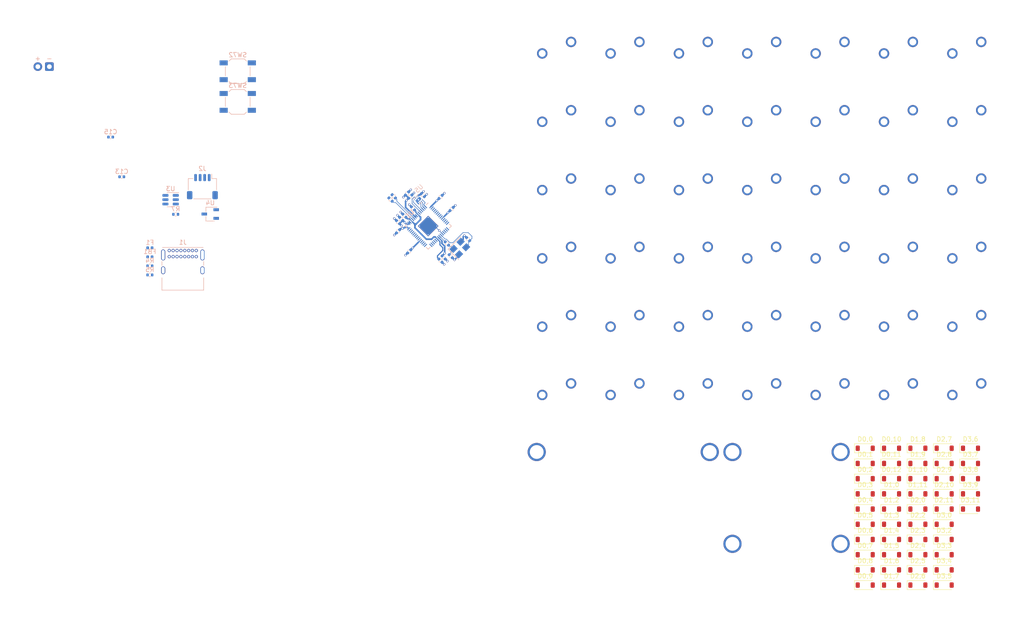
<source format=kicad_pcb>
(kicad_pcb (version 20241229) (generator "pcbnew") (generator_version "9.0")
  (layers (0 "F.Cu" signal) (4 "In1.Cu" signal) (6 "In2.Cu" signal) (2 "B.Cu" signal) (13 "F.Paste" user) (15 "B.Paste" user) (5 "F.SilkS" user "F.Silkscreen") (7 "B.SilkS" user "B.Silkscreen") (1 "F.Mask" user) (3 "B.Mask" user) (25 "Edge.Cuts" user))
  (net 0 "")
  (net 1 "/XIN_")
  (net 2 "GND")
  (net 3 "/XOUT_")
  (net 4 "/VFused_")
  (net 5 "+3.3V")
  (net 6 "+1V1")
  (net 7 "/DN")
  (net 8 "/DP")
  (net 9 "Net-(U1-XOUT)")
  (net 10 "Net-(U1-USB_DP)")
  (net 11 "Net-(U1-USB_DM)")
  (net 12 "Net-(D0,0-A)")
  (net 13 "Net-(D0,1-A)")
  (net 14 "/LED_INDICATOR")
  (net 15 "Net-(D0,2-A)")
  (net 16 "/D1+")
  (net 17 "Net-(D0,3-A)")
  (net 18 "Net-(D0,4-A)")
  (net 19 "/VBUS")
  (net 20 "Net-(D0,5-A)")
  (net 21 "/D1-")
  (net 22 "/RUN_")
  (net 23 "GP13")
  (net 24 "GP14")
  (net 25 "GP15")
  (net 26 "GP16")
  (net 27 "GP17")
  (net 28 "GP18")
  (net 29 "/SD3_")
  (net 30 "/SCLK_")
  (net 31 "/SD0_")
  (net 32 "/SD2_")
  (net 33 "/SD1_")
  (net 34 "/CS_")
  (net 35 "Net-(D0,6-A)")
  (net 36 "Net-(D0,7-A)")
  (net 37 "Net-(D0,8-A)")
  (net 38 "GP19")
  (net 39 "GP20")
  (net 40 "GP21")
  (net 41 "GP22")
  (net 42 "GP23")
  (net 43 "GP24")
  (net 44 "GP25")
  (net 45 "GP26")
  (net 46 "GP27")
  (net 47 "GP28")
  (net 48 "GP29")
  (net 50 "Net-(D65-K)")
  (net 52 "Net-(F1-Pad1)")
  (net 53 "Net-(J1-CC1)")
  (net 55 "Net-(J1-CC2)")
  (net 59 "Net-(D0,9-A)")
  (net 60 "Net-(D0,10-A)")
  (net 61 "Net-(D0,11-A)")
  (net 62 "Net-(D0,12-A)")
  (net 63 "Net-(D1,0-A)")
  (net 64 "Net-(D1,2-A)")
  (net 65 "Net-(D1,3-A)")
  (net 66 "Net-(D1,4-A)")
  (net 67 "Net-(D1,5-A)")
  (net 68 "Net-(D1,6-A)")
  (net 69 "Net-(D1,7-A)")
  (net 70 "Net-(D1,8-A)")
  (net 71 "Net-(D1,9-A)")
  (net 72 "Net-(D1,10-A)")
  (net 73 "Net-(D1,11-A)")
  (net 74 "Net-(D2,0-A)")
  (net 75 "Net-(D2,2-A)")
  (net 76 "Net-(D2,3-A)")
  (net 77 "Net-(D2,4-A)")
  (net 78 "Net-(D2,5-A)")
  (net 79 "Net-(D2,6-A)")
  (net 80 "Net-(D2,7-A)")
  (net 81 "Net-(D2,8-A)")
  (net 82 "Net-(D2,9-A)")
  (net 83 "Net-(D2,10-A)")
  (net 84 "Net-(D2,11-A)")
  (net 85 "Net-(D3,0-A)")
  (net 86 "Net-(D3,2-A)")
  (net 87 "Net-(D3,3-A)")
  (net 88 "Net-(D3,4-A)")
  (net 89 "Net-(D3,5-A)")
  (net 90 "Net-(D3,6-A)")
  (net 91 "Net-(D3,7-A)")
  (net 92 "Net-(D3,8-A)")
  (net 93 "Net-(D3,9-A)")
  (net 94 "Net-(D3,11-A)")
  (net 98 "Col0")
  (net 99 "Col1")
  (net 100 "Col2")
  (net 101 "Col3")
  (net 102 "Col4")
  (net 103 "Col5")
  (net 104 "Col6")
  (net 105 "Col7")
  (net 106 "Col8")
  (net 107 "Col9")
  (net 108 "Col10")
  (net 109 "Col11")
  (net 110 "Col12")
  (footprint "PCM_marbastlib-mx:SW_MX_1u" (layer "F.Cu") (at 207.77 76.39)
    (property "Reference" "SW1,3" (hide yes))
    (property "Value" "MX_SW_solder")
  )
  (footprint "PCM_marbastlib-mx:SW_MX_1u" (layer "F.Cu") (at 252.92 46.29)
    (property "Reference" "SW2,9" (hide yes))
    (property "Value" "MX_SW_solder")
  )
  (footprint "PCM_marbastlib-mx:SW_MX_1.5u" (layer "F.Cu") (at 207.77 31.24)
    (property "Reference" "SW0,12" (hide yes))
    (property "Value" "MX_SW_solder")
  )
  (footprint "PCM_marbastlib-mx:SW_MX_1u" (layer "F.Cu") (at 222.82 31.24)
    (property "Reference" "SW1,6" (hide yes))
    (property "Value" "MX_SW_solder")
  )
  (footprint "Diode_SMD:D_SOD-123" (layer "F.Cu") (at 250.77 115.69)
    (property "Reference" "D0,10")
    (property "Value" "1N4148W")
  )
  (footprint "Diode_SMD:D_SOD-123" (layer "F.Cu") (at 256.565 125.74)
    (property "Reference" "D1,11")
    (property "Value" "1N4148W")
  )
  (footprint "Diode_SMD:D_SOD-123" (layer "F.Cu") (at 250.77 132.44)
    (property "Reference" "D1,3")
    (property "Value" "1N4148W")
  )
  (footprint "PCM_marbastlib-mx:SW_MX_1.75u" (layer "F.Cu") (at 207.77 46.29)
    (property "Reference" "SW1,0" (hide yes))
    (property "Value" "MX_SW_solder")
  )
  (footprint "Diode_SMD:D_SOD-123" (layer "F.Cu") (at 268.155 115.69)
    (property "Reference" "D3,6")
    (property "Value" "1N4148W")
  )
  (footprint "marbastlib-mx:LED_MX_3mm" (layer "F.Cu") (at 64.08 31.6)
    (property "Reference" "D65" (hide yes))
    (property "Value" "LED" (hide yes))
  )
  (footprint "PCM_marbastlib-mx:SW_MX_1.25u" (layer "F.Cu") (at 267.97 76.39)
    (property "Reference" "SW3,8" (hide yes))
    (property "Value" "MX_SW_solder")
  )
  (footprint "PCM_marbastlib-mx:SW_MX_1.5u" (layer "F.Cu") (at 222.82 106.49)
    (property "Reference" "SW2,0" (hide yes))
    (property "Value" "MX_SW_solder")
  )
  (footprint "Diode_SMD:D_SOD-123" (layer "F.Cu") (at 244.975 132.44)
    (property "Reference" "D0,5")
    (property "Value" "1N4148W")
  )
  (footprint "PCM_marbastlib-mx:SW_MX_1u" (layer "F.Cu") (at 237.87 31.24)
    (property "Reference" "SW2,2" (hide yes))
    (property "Value" "MX_SW_solder")
  )
  (footprint "Diode_SMD:D_SOD-123" (layer "F.Cu") (at 256.565 142.49)
    (property "Reference" "D2,5")
    (property "Value" "1N4148W")
  )
  (footprint "Diode_SMD:D_SOD-123" (layer "F.Cu") (at 250.77 129.09)
    (property "Reference" "D1,2")
    (property "Value" "1N4148W")
  )
  (footprint "Diode_SMD:D_SOD-123" (layer "F.Cu") (at 262.36 115.69)
    (property "Reference" "D2,7")
    (property "Value" "1N4148W")
  )
  (footprint "PCM_marbastlib-mx:SW_MX_1u" (layer "F.Cu") (at 222.82 76.39)
    (property "Reference" "SW1,9" (hide yes))
    (property "Value" "MX_SW_solder")
  )
  (footprint "PCM_marbastlib-mx:STAB_MX_P_3u" (layer "F.Cu") (at 191.695 123.5)
    (property "Reference" "SW3,5" (hide yes))
    (property "Value" "MX_SW_solder")
  )
  (footprint "PCM_marbastlib-mx:SW_MX_1u" (layer "F.Cu") (at 267.97 106.49)
    (property "Reference" "SW3,11" (hide yes))
    (property "Value" "MX_SW_solder")
  )
  (footprint "PCM_marbastlib-mx:SW_MX_1u" (layer "F.Cu") (at 177.67 106.49)
    (property "Reference" "SW0,5" (hide yes))
    (property "Value" "MX_SW_solder")
  )
  (footprint "Diode_SMD:D_SOD-123" (layer "F.Cu") (at 244.975 139.14)
    (property "Reference" "D0,7")
    (property "Value" "1N4148W")
  )
  (footprint "Diode_SMD:D_SOD-123" (layer "F.Cu") (at 256.565 115.69)
    (property "Reference" "D1,8")
    (property "Value" "1N4148W")
  )
  (footprint "Diode_SMD:D_SOD-123" (layer "F.Cu") (at 256.565 119.04)
    (property "Reference" "D1,9")
    (property "Value" "1N4148W")
  )
  (footprint "PCM_marbastlib-mx:STAB_MX_P_2u" (layer "F.Cu") (at 227.65125 143.7339)
    (property "Reference" "SW2,11" (hide yes))
    (property "Value" "MX_SW_solder")
  )
  (footprint "PCM_marbastlib-mx:SW_MX_1u" (layer "F.Cu") (at 222.82 91.44)
    (property "Reference" "SW1,10" (hide yes))
    (property "Value" "MX_SW_solder")
  )
  (footprint "Diode_SMD:D_SOD-123" (layer "F.Cu") (at 250.77 145.84)
    (property "Reference" "D1,7")
    (property "Value" "1N4148W")
  )
  (footprint "Diode_SMD:D_SOD-123" (layer "F.Cu") (at 256.565 145.84)
    (property "Reference" "D2,6")
    (property "Value" "1N4148W")
  )
  (footprint "Diode_SMD:D_SOD-123" (layer "F.Cu") (at 244.975 142.49)
    (property "Reference" "D0,8")
    (property "Value" "1N4148W")
  )
  (footprint "PCM_marbastlib-mx:SW_MX_1u" (layer "F.Cu") (at 252.92 31.24)
    (property "Reference" "SW2,8" (hide yes))
    (property "Value" "MX_SW_solder")
  )
  (footprint "PCM_marbastlib-mx:SW_MX_1u" (layer "F.Cu") (at 192.72 76.39)
    (property "Reference" "SW0,9" (hide yes))
    (property "Value" "MX_SW_solder")
  )
  (footprint "Diode_SMD:D_SOD-123" (layer "F.Cu") (at 262.36 145.84)
    (property "Reference" "D3,5")
    (property "Value" "1N4148W")
  )
  (footprint "Diode_SMD:D_SOD-123" (layer "F.Cu") (at 244.975 115.69)
    (property "Reference" "D0,0")
    (property "Value" "1N4148W")
  )
  (footprint "Diode_SMD:D_SOD-123" (layer "F.Cu") (at 262.36 119.04)
    (property "Reference" "D2,8")
    (property "Value" "1N4148W")
  )
  (footprint "PCM_marbastlib-mx:SW_MX_1.25u" (layer "F.Cu") (at 267.97 61.34)
    (property "Reference" "SW3,7" (hide yes))
    (property "Value" "MX_SW_solder")
  )
  (footprint "Diode_SMD:D_SOD-123" (layer "F.Cu") (at 244.975 129.09)
    (property "Reference" "D0,4")
    (property "Value" "1N4148W")
  )
  (footprint "PCM_marbastlib-mx:SW_MX_1u" (layer "F.Cu") (at 192.72 106.49)
    (property "Reference" "SW0,11" (hide yes))
    (property "Value" "MX_SW_solder")
  )
  (footprint "Diode_SMD:D_SOD-123" (layer "F.Cu") (at 256.565 132.44)
    (property "Reference" "D2,2")
    (property "Value" "1N4148W")
  )
  (footprint "Diode_SMD:D_SOD-123" (layer "F.Cu") (at 262.36 135.79)
    (property "Reference" "D3,2")
    (property "Value" "1N4148W")
  )
  (footprint "Diode_SMD:D_SOD-123" (layer "F.Cu") (at 250.77 122.39)
    (property "Reference" "D0,12")
    (property "Value" "1N4148W")
  )
  (footprint "Diode_SMD:D_SOD-123" (layer "F.Cu") (at 256.565 139.14)
    (property "Reference" "D2,4")
    (property "Value" "1N4148W")
  )
  (footprint "Diode_SMD:D_SOD-123" (layer "F.Cu") (at 244.975 122.39)
    (property "Reference" "D0,2")
    (property "Value" "1N4148W")
  )
  (footprint "PCM_marbastlib-mx:SW_MX_1u" (layer "F.Cu") (at 177.67 31.24)
    (property "Reference" "SW0,0" (hide yes))
    (property "Value" "MX_SW_solder")
  )
  (footprint "Diode_SMD:D_SOD-123" (layer "F.Cu") (at 268.155 129.09)
    (property "Reference" "D3,11")
    (property "Value" "1N4148W")
  )
  (footprint "Diode_SMD:D_SOD-123" (layer "F.Cu") (at 256.565 122.39)
    (property "Reference" "D1,10")
    (property "Value" "1N4148W")
  )
  (footprint "Diode_SMD:D_SOD-123" (layer "F.Cu") (at 268.155 119.04)
    (property "Reference" "D3,7")
    (property "Value" "1N4148W")
  )
  (footprint "PCM_marbastlib-mx:SW_MX_1u" (layer "F.Cu") (at 207.77 91.44)
    (property "Reference" "SW1,4" (hide yes))
    (property "Value" "MX_SW_solder")
  )
  (footprint "Diode_SMD:D_SOD-123" (layer "F.Cu") (at 268.155 122.39)
    (property "Reference" "D3,8")
    (property "Value" "1N4148W")
  )
  (footprint "Diode_SMD:D_SOD-123" (layer "F.Cu") (at 262.36 139.14)
    (property "Reference" "D3,3")
    (property "Value" "1N4148W")
  )
  (footprint "PCM_marbastlib-mx:SW_MX_1u" (layer "F.Cu") (at 252.92 91.44)
    (property "Reference" "SW3,2" (hide yes))
    (property "Value" "MX_SW_solder")
  )
  (footprint "Diode_SMD:D_SOD-123" (layer "F.Cu") (at 262.36 129.09)
    (property "Reference" "D2,11")
    (property "Value" "1N4148W")
  )
  (footprint "PCM_marbastlib-mx:SW_MX_1u" (layer "F.Cu") (at 252.92 61.34)
    (property "Reference" "SW2,10" (hide yes))
    (property "Value" "MX_SW_solder")
  )
  (footprint "PCM_marbastlib-mx:STAB_MX_P_2.25u" (layer "F.Cu") (at 227.65125 123.5)
    (property "Reference" "SW1,11" (hide yes))
    (property "Value" "MX_SW_solder")
  )
  (footprint "PCM_marbastlib-mx:SW_MX_1u" (layer "F.Cu") (at 222.82 46.29)
    (property "Reference" "SW1,7" (hide yes))
    (property "Value" "MX_SW_solder")
  )
  (footprint "Diode_SMD:D_SOD-123" (layer "F.Cu") (at 244.975 125.74)
    (property "Reference" "D0,3")
    (property "Value" "1N4148W")
  )
  (footprint "PCM_marbastlib-mx:SW_MX_1u" (layer "F.Cu") (at 177.67 61.34)
    (property "Reference" "SW0,2" (hide yes))
    (property "Value" "MX_SW_solder")
  )
  (footprint "PCM_marbastlib-mx:SW_MX_1u" (layer "F.Cu") (at 237.87 46.29)
    (property "Reference" "SW2,3" (hide yes))
    (property "Value" "MX_SW_solder")
  )
  (footprint "Diode_SMD:D_SOD-123" (layer "F.Cu") (at 244.975 119.04)
    (property "Reference" "D0,1")
    (property "Value" "1N4148W")
  )
  (footprint "PCM_marbastlib-mx:SW_MX_1u" (layer "F.Cu") (at 237.87 76.39)
    (property "Reference" "SW2,5" (hide yes))
    (property "Value" "MX_SW_solder")
  )
  (footprint "PCM_marbastlib-mx:SW_MX_1.25u" (layer "F.Cu") (at 267.97 31.24)
    (property "Reference" "SW3,4" (hide yes))
    (property "Value" "MX_SW_solder")
  )
  (footprint "Diode_SMD:D_SOD-123" (layer "F.Cu") (at 262.36 132.44)
    (property "Reference" "D3,0")
    (property "Value" "1N4148W")
  )
  (footprint "Diode_SMD:D_SOD-123" (layer "F.Cu") (at 262.36 122.39)
    (property "Reference" "D2,9")
    (property "Value" "1N4148W")
  )
  (footprint "Diode_SMD:D_SOD-123" (layer "F.Cu") (at 256.565 129.09)
    (property "Reference" "D2,0")
    (property "Value" "1N4148W")
  )
  (footprint "PCM_marbastlib-mx:SW_MX_1u" (layer "F.Cu") (at 192.72 31.24)
    (property "Reference" "SW0,6" (hide yes))
    (property "Value" "MX_SW_solder")
  )
  (footprint "PCM_marbastlib-mx:SW_MX_1u" (layer "F.Cu") (at 192.72 61.34)
    (property "Reference" "SW0,8" (hide yes))
    (property "Value" "MX_SW_solder")
  )
  (footprint "PCM_marbastlib-mx:SW_MX_1u" (layer "F.Cu") (at 237.87 91.44)
    (property "Reference" "SW2,6" (hide yes))
    (property "Value" "MX_SW_solder")
  )
  (footprint "PCM_marbastlib-mx:SW_MX_1u" (layer "F.Cu") (at 177.67 91.44)
    (property "Reference" "SW0,4" (hide yes))
    (property "Value" "MX_SW_solder")
  )
  (footprint "PCM_marbastlib-mx:SW_MX_1u" (layer "F.Cu") (at 252.92 76.39)
    (property "Reference" "SW3,0" (hide yes))
    (property "Value" "MX_SW_solder")
  )
  (footprint "Diode_SMD:D_SOD-123" (layer "F.Cu") (at 250.77 135.79)
    (property "Reference" "D1,4")
    (property "Value" "1N4148W")
  )
  (footprint "Diode_SMD:D_SOD-123" (layer "F.Cu") (at 268.155 125.74)
    (property "Reference" "D3,9")
    (property "Value" "1N4148W")
  )
  (footprint "PCM_marbastlib-mx:SW_MX_1u" (layer "F.Cu") (at 237.87 61.34)
    (property "Reference" "SW2,4" (hide yes))
    (property "Value" "MX_SW_solder")
  )
  (footprint "Diode_SMD:D_SOD-123" (layer "F.Cu") (at 244.975 145.84)
    (property "Reference" "D0,9")
    (property "Value" "1N4148W")
  )
  (footprint "Diode_SMD:D_SOD-123" (layer "F.Cu") (at 262.36 142.49)
    (property "Reference" "D3,4")
    (property "Value" "1N4148W")
  )
  (footprint "Diode_SMD:D_SOD-123" (layer "F.Cu") (at 244.975 135.79)
    (property "Reference" "D0,6")
    (property "Value" "1N4148W")
  )
  (footprint "Diode_SMD:D_SOD-123" (layer "F.Cu") (at 256.565 135.79)
    (property "Reference" "D2,3")
    (property "Value" "1N4148W")
  )
  (footprint "PCM_marbastlib-mx:SW_MX_1u" (layer "F.Cu") (at 252.92 106.49)
    (property "Reference" "SW3,3" (hide yes))
    (property "Value" "MX_SW_solder")
  )
  (footprint "PCM_marbastlib-mx:SW_MX_1u" (layer "F.Cu") (at 207.77 61.34)
    (property "Reference" "SW1,2" (hide yes))
    (property "Value" "MX_SW_solder")
  )
  (footprint "PCM_marbastlib-mx:SW_MX_1u" (layer "F.Cu") (at 207.77 106.49)
    (property "Reference" "SW1,5" (hide yes))
    (property "Value" "MX_SW_solder")
  )
  (footprint "PCM_marbastlib-mx:SW_MX_1.25u" (layer "F.Cu") (at 267.97 91.44)
    (property "Reference" "SW3,9" (hide yes))
    (property "Value" "MX_SW_solder")
  )
  (footprint "PCM_marbastlib-mx:SW_MX_1u" (layer "F.Cu") (at 267.97 46.29)
    (property "Reference" "SW3,6" (hide yes))
    (property "Value" "MX_SW_solder")
  )
  (footprint "Diode_SMD:D_SOD-123" (layer "F.Cu") (at 250.77 119.04)
    (property "Reference" "D0,11")
    (property "Value" "1N4148W")
  )
  (footprint "Diode_SMD:D_SOD-123" (layer "F.Cu") (at 250.77 139.14)
    (property "Reference" "D1,5")
    (property "Value" "1N4148W")
  )
  (footprint "Diode_SMD:D_SOD-123" (layer "F.Cu") (at 262.36 125.74)
    (property "Reference" "D2,10")
    (property "Value" "1N4148W")
  )
  (footprint "PCM_marbastlib-mx:SW_MX_1u" (layer "F.Cu") (at 177.67 76.39)
    (property "Reference" "SW0,3" (hide yes))
    (property "Value" "MX_SW_solder")
  )
  (footprint "PCM_marbastlib-mx:SW_MX_1u" (layer "F.Cu") (at 192.72 91.44)
    (property "Reference" "SW0,10" (hide yes))
    (property "Value" "MX_SW_solder")
  )
  (footprint "PCM_marbastlib-mx:SW_MX_1u" (layer "F.Cu") (at 222.82 61.34)
    (property "Reference" "SW1,8" (hide yes))
    (property "Value" "MX_SW_solder")
  )
  (footprint "PCM_marbastlib-mx:SW_MX_1u" (layer "F.Cu") (at 177.67 46.29)
    (property "Reference" "SW0,1" (hide yes))
    (property "Value" "MX_SW_solder")
  )
  (footprint "Diode_SMD:D_SOD-123" (layer "F.Cu") (at 250.77 142.49)
    (property "Reference" "D1,6")
    (property "Value" "1N4148W")
  )
  (footprint "PCM_marbastlib-mx:SW_MX_1u" (layer "F.Cu") (at 192.72 46.29)
    (property "Reference" "SW0,7" (hide yes))
    (property "Value" "MX_SW_solder")
  )
  (footprint "PCM_marbastlib-mx:SW_MX_1u" (layer "F.Cu") (at 237.87 106.49)
    (property "Reference" "SW2,7" (hide yes))
    (property "Value" "MX_SW_solder")
  )
  (footprint "Diode_SMD:D_SOD-123" (layer "F.Cu") (at 250.77 125.74)
    (property "Reference" "D1,0")
    (property "Value" "1N4148W")
  )
  (footprint "Capacitor_SMD:C_0402_1005Metric" (layer "B.Cu") (at 145.399411 62.839411 135)
    (property "Reference" "C14" (hide yes))
    (property "Value" "100n")
  )
  (footprint "Capacitor_SMD:C_0402_1005Metric" (layer "B.Cu") (at 153.72 73.37 -45)
    (property "Reference" "C2" (hide yes))
    (property "Value" "30p")
  )
  (footprint "Resistor_SMD:R_0402_1005Metric" (layer "B.Cu") (at 152.87 70.57 135)
    (property "Reference" "R3" (hide yes))
    (property "Value" "1k")
  )
  (footprint "Capacitor_SMD:C_0402_1005Metric" (layer "B.Cu") (at 144.1 59.55 45)
    (property "Reference" "C3" (hide yes))
    (property "Value" "1u")
  )
  (footprint "Resistor_SMD:R_0402_1005Metric" (layer "B.Cu") (at 140.46 60.89 135)
    (property "Reference" "R2" (hide yes))
    (property "Value" "22")
  )
  (footprint "USON8:USON-8_1.5x1.5mm_P0.45mm" (layer "B.Cu") (at 146.607466 60.931724 135)
    (property "Reference" "U5")
    (property "Value" "ZD25D40CNJGR")
  )
  (footprint "Button_Switch_SMD:SW_SPST_SKQG_WithoutStem" (layer "B.Cu") (at 106.823452 32.62 180)
    (property "Reference" "SW72")
    (property "Value" "SW_Push")
  )
  (footprint "Capacitor_SMD:C_0402_1005Metric" (layer "B.Cu") (at 142.11 65.87 135)
    (property "Reference" "C5" (hide yes))
    (property "Value" "100n")
  )
  (footprint "Capacitor_SMD:C_0402_1005Metric" (layer "B.Cu") (at 142.12 67.89 -135)
    (property "Reference" "C7" (hide yes))
    (property "Value" "100n")
  )
  (footprint "Capacitor_SMD:C_0402_1005Metric" (layer "B.Cu") (at 151.48 60.31 45)
    (property "Reference" "C17" (hide yes))
    (property "Value" "100n")
  )
  (footprint "Capacitor_SMD:C_0402_1005Metric" (layer "B.Cu") (at 144.81 60.24 45)
    (property "Reference" "C4" (hide yes))
    (property "Value" "100n")
  )
  (footprint "Package_DFN_QFN:QFN-56-1EP_7x7mm_P0.4mm_EP3.2x3.2mm_ThermalVias" (layer "B.Cu") (at 148.75 66.73 -135)
    (property "Reference" "U1")
    (property "Value" "RP2040")
  )
  (footprint "Crystal:Crystal_SMD_3225-4Pin_3.2x2.5mm" (layer "B.Cu") (at 155.72 71.58 45)
    (property "Reference" "Y1" (hide yes))
    (property "Value" "12MHz Crystal 3225")
  )
  (footprint "Connector_JST:JST_SH_SM04B-SRSS-TB_1x04-1MP_P1.00mm_Horizontal" (layer "B.Cu") (at 99.038452 58.05 180)
    (property "Reference" "J2")
    (property "Value" "JST - 1.00mm 4 Pin")
  )
  (footprint "Capacitor_SMD:C_0402_1005Metric" (layer "B.Cu") (at 153.909411 62.970589 45)
    (property "Reference" "C9" (hide yes))
    (property "Value" "100n")
  )
  (footprint "Capacitor_SMD:C_0402_1005Metric" (layer "B.Cu") (at 157.55 69.62 135)
    (property "Reference" "C1" (hide yes))
    (property "Value" "30p")
  )
  (footprint "Capacitor_SMD:C_0402_1005Metric" (layer "B.Cu") (at 147.58 59.92 -45)
    (property "Reference" "C10" (hide yes))
    (property "Value" "1u")
  )
  (footprint "Fuse:Fuse_0402_1005Metric" (layer "B.Cu") (at 87.473452 71.53 180)
    (property "Reference" "F1")
    (property "Value" "700mA")
  )
  (footprint "Inductor_SMD:L_0402_1005Metric" (layer "B.Cu") (at 87.473452 73.52 180)
    (property "Reference" "FB1")
    (property "Value" "100 Ohm @ 100 MHz")
  )
  (footprint "Capacitor_SMD:C_0402_1005Metric" (layer "B.Cu") (at 143.51 64.45 135)
    (property "Reference" "C12" (hide yes))
    (property "Value" "1u")
  )
  (footprint "Capacitor_SMD:C_0402_1005Metric" (layer "B.Cu") (at 78.833452 47.125 180)
    (property "Reference" "C15")
    (property "Value" "1u")
  )
  (footprint "Package_TO_SOT_SMD:SOT-23-6" (layer "B.Cu") (at 92.038452 60.92 180)
    (property "Reference" "U3")
    (property "Value" "USBLC6-2SC6")
  )
  (footprint "Package_TO_SOT_SMD:TSOT-23" (layer "B.Cu") (at 100.768452 64.08 180)
    (property "Reference" "U4")
    (property "Value" "3.3V Fixed Regulator")
  )
  (footprint "Button_Switch_SMD:SW_SPST_SKQG_WithoutStem" (layer "B.Cu") (at 106.823452 39.37 180)
    (property "Reference" "SW73")
    (property "Value" "SW_Push")
  )
  (footprint "Capacitor_SMD:C_0402_1005Metric" (layer "B.Cu") (at 142.81 65.16 135)
    (property "Reference" "C6" (hide yes))
    (property "Value" "100n")
  )
  (footprint "Resistor_SMD:R_0402_1005Metric" (layer "B.Cu") (at 87.473452 75.51 180)
    (property "Reference" "R4")
    (property "Value" "5.1k")
  )
  (footprint "Resistor_SMD:R_0402_1005Metric" (layer "B.Cu") (at 87.473452 77.5 180)
    (property "Reference" "R5")
    (property "Value" "5.1k")
  )
  (footprint "Capacitor_SMD:C_0402_1005Metric" (layer "B.Cu") (at 144.57 72.32 -135)
    (property "Reference" "C8" (hide yes))
    (property "Value" "100n")
  )
  (footprint "Capacitor_SMD:C_0402_1005Metric" (layer "B.Cu") (at 151.45 74.35 -45)
    (property "Reference" "C16" (hide yes))
    (property "Value" "100n")
  )
  (footprint "Resistor_SMD:R_0402_1005Metric" (layer "B.Cu") (at 93.158452 64.14 180)
    (property "Reference" "R7")
    (property "Value" "R_Small_US")
  )
  (footprint "Resistor_SMD:R_0402_1005Metric" (layer "B.Cu") (at 141.17 60.18 -45)
    (property "Reference" "R1" (hide yes))
    (property "Value" "22")
  )
  (footprint "Capacitor_SMD:C_0402_1005Metric" (layer "B.Cu") (at 81.283452 55.875 180)
    (property "Reference" "C13")
    (property "Value" "1u")
  )
  (footprint "Capacitor_SMD:C_0402_1005Metric" (layer "B.Cu") (at 152.16 73.64 -45)
    (property "Reference" "C11" (hide yes))
    (property "Value" "100n")
  )
  (footprint "Connector_USB:USB_C_Receptacle_GCT_USB4085" (layer "B.Cu") (at 97.703452 72.12 180)
    (property "Reference" "J1")
    (property "Value" "USB_C_Receptacle_USB2.0")
  )
  (segment (start 157.58 68.18) (end 158.38 68.98) (width 0.127) (layer "B.Cu") (net 1))
  (segment (start 157.63 70.872081) (end 157.098858 71.403223) (width 0.127) (layer "B.Cu") (net 1))
  (segment (start 158.38 68.98) (end 158.38 69.468822) (width 0.127) (layer "B.Cu") (net 1))
  (segment (start 152.468529 69.6) (end 152.73 69.6) (width 0.127) (layer "B.Cu") (net 1))
  (segment (start 156.42 68.18) (end 157.58 68.18) (width 0.127) (layer "B.Cu") (net 1))
  (segment (start 151.604944 68.736415) (end 152.468529 69.6) (width 0.127) (layer "B.Cu") (net 1))
  (segment (start 153.51 70.38) (end 153.51 70.39) (width 0.127) (layer "B.Cu") (net 1))
  (segment (start 152.73 69.6) (end 153.51 70.38) (width 0.127) (layer "B.Cu") (net 1))
  (segment (start 157.889411 69.960589) (end 157.63 70.22) (width 0.127) (layer "B.Cu") (net 1))
  (segment (start 153.51 70.39) (end 154.21 70.39) (width 0.127) (layer "B.Cu") (net 1))
  (segment (start 157.889411 69.959411) (end 157.889411 69.960589) (width 0.127) (layer "B.Cu") (net 1))
  (segment (start 154.21 70.39) (end 156.42 68.18) (width 0.127) (layer "B.Cu") (net 1))
  (segment (start 157.63 70.22) (end 157.63 70.872081) (width 0.127) (layer "B.Cu") (net 1))
  (segment (start 158.38 69.468822) (end 157.889411 69.959411) (width 0.127) (layer "B.Cu") (net 1))
  (via (at 141.28 65.06) (size 0.5) (drill 0.3) (layers "F.Cu" "B.Cu") (net 2))
  (via (at 148.45 59.72) (size 0.5) (drill 0.3) (layers "F.Cu" "B.Cu") (net 2))
  (via (at 154.55 74.19) (size 0.5) (drill 0.3) (layers "F.Cu" "B.Cu") (net 2))
  (via (at 152.99 74.45) (size 0.5) (drill 0.3) (layers "F.Cu" "B.Cu") (net 2))
  (via (at 142.69 63.64) (size 0.5) (drill 0.3) (layers "F.Cu" "B.Cu") (net 2))
  (via (at 156.72 68.82) (size 0.5) (drill 0.3) (layers "F.Cu" "B.Cu") (net 2))
  (via (at 144.92 58.74) (size 0.5) (drill 0.3) (layers "F.Cu" "B.Cu") (net 2))
  (via (at 145.63 59.42) (size 0.5) (drill 0.3) (layers "F.Cu" "B.Cu") (net 2))
  (via (at 141.99 64.34) (size 0.5) (drill 0.3) (layers "F.Cu" "B.Cu") (net 2))
  (via (at 143.74 73.14) (size 0.5) (drill 0.3) (layers "F.Cu" "B.Cu") (net 2))
  (via (at 141.3 68.71) (size 0.5) (drill 0.3) (layers "F.Cu" "B.Cu") (net 2))
  (via (at 152.27 75.16) (size 0.5) (drill 0.3) (layers "F.Cu" "B.Cu") (net 2))
  (via (at 144.58 62.02) (size 0.5) (drill 0.3) (layers "F.Cu" "B.Cu") (net 2))
  (via (at 154.73 62.16) (size 0.5) (drill 0.3) (layers "F.Cu" "B.Cu") (net 2))
  (via (at 151.177107 67.742893) (size 0.5) (drill 0.3) (layers "F.Cu" "B.Cu") (net 2))
  (via (at 152.3 59.49) (size 0.5) (drill 0.3) (layers "F.Cu" "B.Cu") (net 2))
  (segment (start 147.919411 60.259411) (end 147.919411 60.250589) (width 0.35) (layer "B.Cu") (net 2))
  (segment (start 145.06 62.5) (end 144.58 62.02) (width 0.35) (layer "B.Cu") (net 2))
  (segment (start 147.919411 60.250589) (end 148.45 59.72) (width 0.35) (layer "B.Cu") (net 2))
  (segment (start 144.220589 72.659411) (end 143.74 73.14) (width 0.35) (layer "B.Cu") (net 2))
  (segment (start 154.059411 73.709411) (end 154.069411 73.709411) (width 0.35) (layer "B.Cu") (net 2))
  (segment (start 157.180589 69.280589) (end 156.72 68.82) (width 0.35) (layer "B.Cu") (net 2))
  (segment (start 156.46 69.08) (end 156.72 68.82) (width 0.35) (layer "B.Cu") (net 2))
  (segment (start 152.499411 73.979411) (end 152.519411 73.979411) (width 0.35) (layer "B.Cu") (net 2))
  (segment (start 155.896777 70.201142) (end 156.46 69.637919) (width 0.35) (layer "B.Cu") (net 2))
  (segment (start 143.160589 64.110589) (end 142.69 63.64) (width 0.35) (layer "B.Cu") (net 2))
  (segment (start 141.780589 68.229411) (end 141.3 68.71) (width 0.35) (layer "B.Cu") (net 2))
  (segment (start 146.642821 61.815607) (end 146.357466 61.530252) (width 0.25) (layer "B.Cu") (net 2))
  (segment (start 151.799411 74.689411) (end 152.27 75.16) (width 0.35) (layer "B.Cu") (net 2))
  (segment (start 154.248822 62.631178) (end 154.258822 62.631178) (width 0.35) (layer "B.Cu") (net 2))
  (segment (start 142.470589 64.820589) (end 141.99 64.34) (width 0.35) (layer "B.Cu") (net 2))
  (segment (start 151.789411 74.689411) (end 151.799411 74.689411) (width 0.35) (layer "B.Cu") (net 2))
  (segment (start 150.164213 66.73) (end 148.75 66.73) (width 0.127) (layer "B.Cu") (net 2))
  (segment (start 145.149411 59.900589) (end 145.63 59.42) (width 0.35) (layer "B.Cu") (net 2))
  (segment (start 156.46 69.637919) (end 156.46 69.08) (width 0.35) (layer "B.Cu") (net 2))
  (segment (start 146.357466 61.181724) (end 146.607466 60.931724) (width 0.25) (layer "B.Cu") (net 2))
  (segment (start 152.519411 73.979411) (end 152.99 74.45) (width 0.35) (layer "B.Cu") (net 2))
  (segment (start 155.543223 73.196777) (end 154.55 74.19) (width 0.35) (layer "B.Cu") (net 2))
  (segment (start 151.887786 68.453573) (end 150.164213 66.73) (width 0.127) (layer "B.Cu") (net 2))
  (segment (start 146.357466 61.530252) (end 146.357466 61.181724) (width 0.25) (layer "B.Cu") (net 2))
  (segment (start 141.750589 65.530589) (end 141.28 65.06) (width 0.35) (layer "B.Cu") (net 2))
  (segment (start 155.543223 72.958858) (end 155.543223 73.196777) (width 0.35) (layer "B.Cu") (net 2))
  (segment (start 154.258822 62.631178) (end 154.73 62.16) (width 0.35) (layer "B.Cu") (net 2))
  (segment (start 143.170589 64.110589) (end 143.160589 64.110589) (width 0.35) (layer "B.Cu") (net 2))
  (segment (start 154.069411 73.709411) (end 154.55 74.19) (width 0.35) (layer "B.Cu") (net 2))
  (segment (start 157.210589 69.280589) (end 157.180589 69.280589) (width 0.35) (layer "B.Cu") (net 2))
  (segment (start 141.770589 65.530589) (end 141.750589 65.530589) (width 0.35) (layer "B.Cu") (net 2))
  (segment (start 144.439411 59.210589) (end 144.449411 59.210589) (width 0.35) (layer "B.Cu") (net 2))
  (segment (start 151.819411 59.970589) (end 152.3 59.49) (width 0.35) (layer "B.Cu") (net 2))
  (segment (start 144.449411 59.210589) (end 144.92 58.74) (width 0.35) (layer "B.Cu") (net 2))
  (segment (start 144.230589 72.659411) (end 144.220589 72.659411) (width 0.35) (layer "B.Cu") (net 2))
  (segment (start 153.230624 70.930624) (end 153.55 71.25) (width 0.127) (layer "B.Cu") (net 3))
  (segment (start 153.55 71.25) (end 153.834365 71.25) (width 0.127) (layer "B.Cu") (net 3))
  (segment (start 153.74 72.67) (end 153.74 72.357919) (width 0.127) (layer "B.Cu") (net 3))
  (segment (start 153.74 72.357919) (end 154.341142 71.756777) (width 0.127) (layer "B.Cu") (net 3))
  (segment (start 153.380589 73.030589) (end 153.380589 73.029411) (width 0.127) (layer "B.Cu") (net 3))
  (segment (start 153.380589 73.029411) (end 153.74 72.67) (width 0.127) (layer "B.Cu") (net 3))
  (segment (start 153.834365 71.25) (end 154.341142 71.756777) (width 0.127) (layer "B.Cu") (net 3))
  (via (at 152.39 72.73) (size 0.5) (drill 0.3) (layers "F.Cu" "B.Cu") (net 5))
  (via (at 144.02 61.03) (size 0.5) (drill 0.3) (layers "F.Cu" "B.Cu") (net 5))
  (via (at 143.28 60.36) (size 0.5) (drill 0.3) (layers "F.Cu" "B.Cu") (net 5))
  (via (at 147.74 59.09) (size 0.5) (drill 0.3) (layers "F.Cu" "B.Cu") (net 5))
  (via (at 150.660108 61.140108) (size 0.5) (drill 0.3) (layers "F.Cu" "B.Cu") (net 5))
  (via (at 145.34 71.55) (size 0.5) (drill 0.3) (layers "F.Cu" "B.Cu") (net 5))
  (via (at 153.1 63.79) (size 0.5) (drill 0.3) (layers "F.Cu" "B.Cu") (net 5))
  (via (at 143.09 67.27) (size 0.5) (drill 0.3) (layers "F.Cu" "B.Cu") (net 5))
  (via (at 143.64 65.98) (size 0.5) (drill 0.3) (layers "F.Cu" "B.Cu") (net 5))
  (via (at 142.93 66.69) (size 0.5) (drill 0.3) (layers "F.Cu" "B.Cu") (net 5))
  (segment (start 151.78 70) (end 151.082101 69.302101) (width 0.254) (layer "B.Cu") (net 5))
  (segment (start 153.57 63.32) (end 153.1 63.79) (width 0.35) (layer "B.Cu") (net 5))
  (segment (start 143.27 67.27) (end 143.38 67.16) (width 0.35) (layer "B.Cu") (net 5))
  (segment (start 143.780589 59.889411) (end 144.470589 60.579411) (width 0.35) (layer "B.Cu") (net 5))
  (segment (start 147.249411 59.580589) (end 147.74 59.09) (width 0.35) (layer "B.Cu") (net 5))
  (segment (start 147.240589 59.580589) (end 146.951178 59.87) (width 0.35) (layer "B.Cu") (net 5))
  (segment (start 143.78 62.605699) (end 145.896471 64.72217) (width 0.35) (layer "B.Cu") (net 5))
  (segment (start 144.29 66.34) (end 144.67 65.96) (width 0.35) (layer "B.Cu") (net 5))
  (segment (start 144.18 67.02) (end 144.4 67.24) (width 0.35) (layer "B.Cu") (net 5))
  (segment (start 145.34 71.55) (end 146.643697 70.246303) (width 0.35) (layer "B.Cu") (net 5))
  (segment (start 143.09 67.27) (end 143.27 67.27) (width 0.35) (layer "B.Cu") (net 5))
  (segment (start 146.951178 59.87) (end 146.749952 59.87) (width 0.35) (layer "B.Cu") (net 5))
  (segment (start 151.78 70) (end 151.78 70.57) (width 0.35) (layer "B.Cu") (net 5))
  (segment (start 143.760589 59.889411) (end 143.750589 59.889411) (width 0.35) (layer "B.Cu") (net 5))
  (segment (start 142.449411 66.209411) (end 142.93 66.69) (width 0.35) (layer "B.Cu") (net 5))
  (segment (start 145.895056 64.723585) (end 146.177899 64.440742) (width 0.254) (layer "B.Cu") (net 5))
  (segment (start 142.74 67.27) (end 143.09 67.27) (width 0.35) (layer "B.Cu") (net 5))
  (segment (start 142.459411 67.550589) (end 142.74 67.27) (width 0.35) (layer "B.Cu") (net 5))
  (segment (start 143.149411 65.499411) (end 143.159411 65.499411) (width 0.35) (layer "B.Cu") (net 5))
  (segment (start 151.820589 73.299411) (end 151.820589 73.300589) (width 0.35) (layer "B.Cu") (net 5))
  (segment (start 152.39 72.73) (end 151.820589 73.299411) (width 0.35) (layer "B.Cu") (net 5))
  (segment (start 143.78 61.27) (end 143.78 62.605699) (width 0.35) (layer "B.Cu") (net 5))
  (segment (start 144.23 66.34) (end 144.29 66.34) (width 0.35) (layer "B.Cu") (net 5))
  (segment (start 144 66.34) (end 144.23 66.34) (width 0.35) (layer "B.Cu") (net 5))
  (segment (start 151.140589 60.649411) (end 151.140589 60.659627) (width 0.35) (layer "B.Cu") (net 5))
  (segment (start 144.470589 60.579411) (end 143.78 61.27) (width 0.35) (layer "B.Cu") (net 5))
  (segment (start 143.52 67.02) (end 143.71 67.02) (width 0.35) (layer "B.Cu") (net 5))
  (segment (start 151.140589 60.659627) (end 150.660108 61.140108) (width 0.35) (layer "B.Cu") (net 5))
  (segment (start 143.64 65.98) (end 144 66.34) (width 0.35) (layer "B.Cu") (net 5))
  (segment (start 144.909411 71.980589) (end 145.34 71.55) (width 0.35) (layer "B.Cu") (net 5))
  (segment (start 153.57 63.31) (end 153.57 63.32) (width 0.35) (layer "B.Cu") (net 5))
  (segment (start 146.643697 70.246303) (end 146.65074 70.246303) (width 0.35) (layer "B.Cu") (net 5))
  (segment (start 150.660108 61.140108) (end 149.340788 62.459429) (width 0.35) (layer "B.Cu") (net 5))
  (segment (start 142.449411 66.199411) (end 143.149411 65.499411) (width 0.35) (layer "B.Cu") (net 5))
  (segment (start 143.71 67.02) (end 144.18 67.02) (width 0.35) (layer "B.Cu") (net 5))
  (segment (start 147.240589 59.580589) (end 147.249411 59.580589) (width 0.35) (layer "B.Cu") (net 5))
  (segment (start 143.38 67.16) (end 143.52 67.02) (width 0.35) (layer "B.Cu") (net 5))
  (segment (start 146.749952 59.87) (end 146.572111 60.047841) (width 0.35) (layer "B.Cu") (net 5))
  (segment (start 144.909411 71.980589) (end 144.913624 71.980589) (width 0.254) (layer "B.Cu") (net 5))
  (segment (start 143.760589 59.889411) (end 143.780589 59.889411) (width 0.35) (layer "B.Cu") (net 5))
  (segment (start 152.39 71.18) (end 152.39 72.73) (width 0.35) (layer "B.Cu") (net 5))
  (segment (start 151.78 70.57) (end 152.39 71.18) (width 0.35) (layer "B.Cu") (net 5))
  (segment (start 143.750589 59.889411) (end 143.28 60.36) (width 0.35) (layer "B.Cu") (net 5))
  (segment (start 142.449411 66.209411) (end 142.449411 66.199411) (width 0.35) (layer "B.Cu") (net 5))
  (segment (start 151.082101 69.302101) (end 151.039258 69.302101) (width 0.254) (layer "B.Cu") (net 5))
  (segment (start 152.266303 64.623697) (end 153.1 63.79) (width 0.35) (layer "B.Cu") (net 5))
  (segment (start 143.159411 65.499411) (end 143.64 65.98) (width 0.35) (layer "B.Cu") (net 5))
  (segment (start 150.756415 69.584944) (end 151.34 70.168529) (width 0.254) (layer "B.Cu") (net 6))
  (segment (start 146.101057 66.269886) (end 146.961057 65.409886) (width 0.35) (layer "B.Cu") (net 6))
  (segment (start 145.841057 66.529886) (end 146.101057 66.269886) (width 0.35) (layer "B.Cu") (net 6))
  (segment (start 151.961 71.491) (end 151.961 72.129) (width 0.254) (layer "B.Cu") (net 6))
  (segment (start 145.746057 66.274886) (end 145.371057 65.899886) (width 0.35) (layer "B.Cu") (net 6))
  (segment (start 149.991057 69.129886) (end 149.491057 69.629886) (width 0.35) (layer "B.Cu") (net 6))
  (segment (start 146.05 63.747157) (end 146.05 63.49) (width 0.254) (layer "B.Cu") (net 6))
  (segment (start 145.841057 67.119886) (end 145.841057 66.629886) (width 0.35) (layer "B.Cu") (net 6))
  (segment (start 144.17 65.11) (end 144.42 65.11) (width 0.35) (layer "B.Cu") (net 6))
  (segment (start 150.8 73.7) (end 151.110589 74.010589) (width 0.254) (layer "B.Cu") (net 6))
  (segment (start 145.746057 66.274886) (end 146.096057 66.274886) (width 0.35) (layer "B.Cu") (net 6))
  (segment (start 146.05 63.49) (end 145.738822 63.178822) (width 0.254) (layer "B.Cu") (net 6))
  (segment (start 150.8 73.29) (end 150.8 73.7) (width 0.254) (layer "B.Cu") (net 6))
  (segment (start 150.301057 69.129886) (end 149.991057 69.129886) (width 0.35) (layer "B.Cu") (net 6))
  (segment (start 146.096057 66.274886) (end 146.101057 66.269886) (width 0.35) (layer "B.Cu") (net 6))
  (segment (start 145.841057 66.529886) (end 145.841057 66.369886) (width 0.35) (layer "B.Cu") (net 6))
  (segment (start 151.34 70.87) (end 151.961 71.491) (width 0.254) (layer "B.Cu") (net 6))
  (segment (start 150.401057 69.229886) (end 150.301057 69.129886) (width 0.35) (layer "B.Cu") (net 6))
  (segment (start 147.301057 68.579886) (end 145.841057 67.119886) (width 0.35) (layer "B.Cu") (net 6))
  (segment (start 151.961 72.129) (end 150.8 73.29) (width 0.254) (layer "B.Cu") (net 6))
  (segment (start 146.961057 65.409886) (end 147.071057 65.299886) (width 0.35) (layer "B.Cu") (net 6))
  (segment (start 151.34 70.168529) (end 151.34 70.87) (width 0.254) (layer "B.Cu") (net 6))
  (segment (start 148.351057 69.629886) (end 147.301057 68.579886) (width 0.35) (layer "B.Cu") (net 6))
  (segment (start 147.071057 65.299886) (end 147.071057 64.989886) (width 0.35) (layer "B.Cu") (net 6))
  (segment (start 144.587245 65.11) (end 144.723623 65.246378) (width 0.35) (layer "B.Cu") (net 6))
  (segment (start 150.756415 69.584944) (end 150.756115 69.584944) (width 0.127) (layer "B.Cu") (net 6))
  (segment (start 149.461057 69.629886) (end 148.351057 69.629886) (width 0.35) (layer "B.Cu") (net 6))
  (segment (start 147.071057 64.765386) (end 146.808307 64.502636) (width 0.35) (layer "B.Cu") (net 6))
  (segment (start 145.841057 66.629886) (end 145.841057 66.529886) (width 0.35) (layer "B.Cu") (net 6))
  (segment (start 149.491057 69.629886) (end 149.461057 69.629886) (width 0.35) (layer "B.Cu") (net 6))
  (segment (start 150.756115 69.584944) (end 150.401057 69.229886) (width 0.127) (layer "B.Cu") (net 6))
  (segment (start 143.849411 64.789411) (end 144.17 65.11) (width 0.35) (layer "B.Cu") (net 6))
  (segment (start 147.071057 64.989886) (end 147.071057 64.765386) (width 0.35) (layer "B.Cu") (net 6))
  (segment (start 146.460742 64.157899) (end 146.05 63.747157) (width 0.254) (layer "B.Cu") (net 6))
  (segment (start 144.42 65.11) (end 144.587245 65.11) (width 0.35) (layer "B.Cu") (net 6))
  (segment (start 145.841057 66.369886) (end 145.746057 66.274886) (width 0.35) (layer "B.Cu") (net 6))
  (segment (start 152.509376 70.206533) (end 151.322101 69.019258) (width 0.127) (layer "B.Cu") (net 9))
  (segment (start 152.509376 70.209376) (end 152.509376 70.206533) (width 0.127) (layer "B.Cu") (net 9))
  (segment (start 141.550624 60.540624) (end 141.530624 60.540624) (width 0.127) (layer "B.Cu") (net 10))
  (segment (start 141.84 60.83) (end 141.550624 60.540624) (width 0.127) (layer "B.Cu") (net 10))
  (segment (start 145.612214 65.006427) (end 141.84 61.234213) (width 0.127) (layer "B.Cu") (net 10))
  (segment (start 141.84 61.234213) (end 141.84 60.83) (width 0.127) (layer "B.Cu") (net 10))
  (segment (start 145.329371 65.28927) (end 141.600101 61.56) (width 0.127) (layer "B.Cu") (net 11))
  (segment (start 140.840624 61.250624) (end 140.820624 61.250624) (width 0.127) (layer "B.Cu") (net 11))
  (segment (start 141.15 61.56) (end 140.840624 61.250624) (width 0.127) (layer "B.Cu") (net 11))
  (segment (start 141.600101 61.56) (end 141.15 61.56) (width 0.127) (layer "B.Cu") (net 11))
  (segment (start 146.006425 60.613526) (end 145.723583 60.330684) (width 0.127) (layer "B.Cu") (net 30))
  (segment (start 145.21093 60.772625) (end 145.21093 61.776717) (width 0.127) (layer "B.Cu") (net 30))
  (segment (start 145.652872 60.330684) (end 145.21093 60.772625) (width 0.127) (layer "B.Cu") (net 30))
  (segment (start 145.21093 61.776717) (end 147.026427 63.592214) (width 0.127) (layer "B.Cu") (net 30))
  (segment (start 145.723583 60.330684) (end 145.652872 60.330684) (width 0.127) (layer "B.Cu") (net 30))
  (segment (start 145.511451 61.511552) (end 145.511451 61.108501) (width 0.127) (layer "B.Cu") (net 31))
  (segment (start 147.30927 63.309371) (end 145.511451 61.511552) (width 0.127) (layer "B.Cu") (net 31))
  (segment (start 147.137796 61.744897) (end 147.137796 62.572212) (width 0.127) (layer "B.Cu") (net 32))
  (segment (start 146.925664 61.532765) (end 147.137796 61.744897) (width 0.127) (layer "B.Cu") (net 32))
  (segment (start 147.137796 62.572212) (end 147.592112 63.026528) (width 0.127) (layer "B.Cu") (net 32))
  (segment (start 147.544383 61.585798) (end 147.544383 61.762575) (width 0.127) (layer "B.Cu") (net 33))
  (segment (start 147.544383 61.762575) (end 147.53787 61.769087) (width 0.127) (layer "B.Cu") (net 33))
  (segment (start 147.53787 62.392458) (end 147.874955 62.729543) (width 0.127) (layer "B.Cu") (net 33))
  (segment (start 147.874955 62.729543) (end 147.874955 62.743685) (width 0.127) (layer "B.Cu") (net 33))
  (segment (start 147.208507 61.249922) (end 147.544383 61.585798) (width 0.127) (layer "B.Cu") (net 33))
  (segment (start 147.53787 61.769087) (end 147.53787 62.392458) (width 0.127) (layer "B.Cu") (net 33))
  (segment (start 148.157798 62.460843) (end 147.79187 62.094915) (width 0.127) (layer "B.Cu") (net 34))
  (segment (start 148.039357 61.515087) (end 147.49135 60.96708) (width 0.127) (layer "B.Cu") (net 34))
  (segment (start 148.039357 61.691864) (end 148.039357 61.515087) (width 0.127) (layer "B.Cu") (net 34))
  (segment (start 147.79187 61.939352) (end 148.039357 61.691864) (width 0.127) (layer "B.Cu") (net 34))
  (segment (start 147.79187 62.094915) (end 147.79187 61.939352) (width 0.127) (layer "B.Cu") (net 34))
)
</source>
